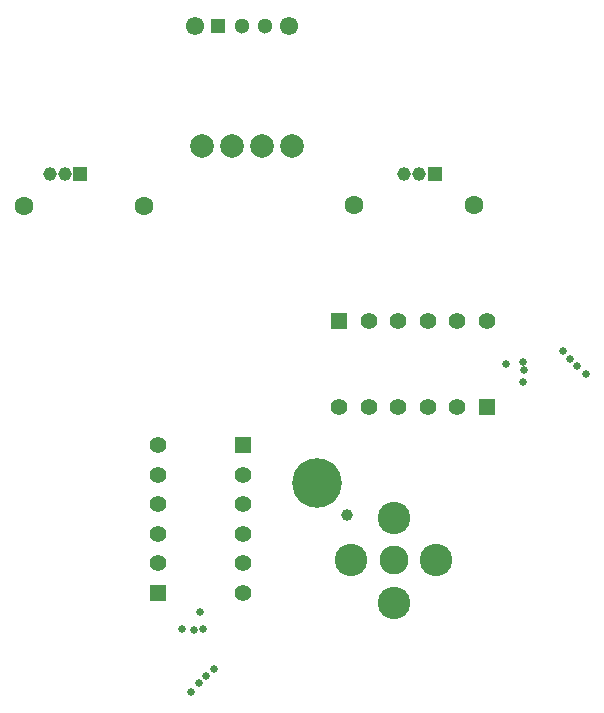
<source format=gbr>
%TF.GenerationSoftware,Altium Limited,Altium Designer,23.3.1 (30)*%
G04 Layer_Color=16711935*
%FSLAX45Y45*%
%MOMM*%
%TF.SameCoordinates,9B08417B-AAB0-44DC-96C9-EC8FD7F4D7BA*%
%TF.FilePolarity,Negative*%
%TF.FileFunction,Soldermask,Bot*%
%TF.Part,Single*%
G01*
G75*
%TA.AperFunction,ComponentPad*%
%ADD23C,1.40000*%
%ADD24C,1.55000*%
%ADD25C,1.30000*%
%ADD26R,1.30000X1.30000*%
%ADD27R,1.40000X1.40000*%
%ADD28R,1.40000X1.40000*%
%ADD31R,1.15000X1.15000*%
%ADD32C,1.15000*%
%ADD43C,2.00320*%
%ADD44C,1.60320*%
%ADD45C,2.45320*%
%ADD46C,2.75320*%
%TA.AperFunction,ViaPad*%
%ADD47C,0.65320*%
%ADD48C,4.20320*%
%ADD49C,1.00320*%
D23*
X4943691Y2680484D02*
D03*
Y2430484D02*
D03*
Y2180484D02*
D03*
Y1930484D02*
D03*
Y1680484D02*
D03*
X4221375Y1930485D02*
D03*
X4221376Y2180484D02*
D03*
Y2430484D02*
D03*
Y2680484D02*
D03*
Y2930484D02*
D03*
X6006316Y3978491D02*
D03*
X6256316D02*
D03*
X6506316D02*
D03*
X6756316Y3978490D02*
D03*
X7006316Y3978491D02*
D03*
X6756315Y3256175D02*
D03*
X6506316Y3256176D02*
D03*
X6256316Y3256175D02*
D03*
X6006316Y3256176D02*
D03*
X5756316Y3256176D02*
D03*
D24*
X5330799Y6477001D02*
D03*
X4530800Y6477000D02*
D03*
D25*
X5130800Y6477000D02*
D03*
X4930800Y6477000D02*
D03*
D26*
X4730800D02*
D03*
D27*
X4943691Y2930484D02*
D03*
X4221376Y1680484D02*
D03*
D28*
X5756316Y3978491D02*
D03*
X7006316Y3256175D02*
D03*
D31*
X3563379Y5223363D02*
D03*
X6563379D02*
D03*
D32*
X3433379Y5223363D02*
D03*
X3303379D02*
D03*
X6303380D02*
D03*
X6433379Y5223363D02*
D03*
D43*
X5359400Y5466574D02*
D03*
X5105400D02*
D03*
X4851400Y5466574D02*
D03*
X4597400Y5466574D02*
D03*
D44*
X5880100Y4965700D02*
D03*
X6896100D02*
D03*
X3086100Y4953000D02*
D03*
X4102100D02*
D03*
D45*
X6216614Y1954349D02*
D03*
D46*
X5857403Y1954349D02*
D03*
X6216615Y1595138D02*
D03*
X6575826Y1954347D02*
D03*
X6216615Y2313559D02*
D03*
D47*
X4500083Y838866D02*
D03*
X4623941Y977521D02*
D03*
X4426745Y1371357D02*
D03*
X4598933Y1377286D02*
D03*
X4692546Y1036541D02*
D03*
X4564752Y916140D02*
D03*
X7847934Y3534883D02*
D03*
X7709279Y3658741D02*
D03*
X7315444Y3461545D02*
D03*
X7309514Y3633733D02*
D03*
X7650259Y3727346D02*
D03*
X7770660Y3599552D02*
D03*
X4529407Y1366228D02*
D03*
X4581309Y1515444D02*
D03*
X7320573Y3564207D02*
D03*
X7171356Y3616109D02*
D03*
D48*
X5568379Y2607462D02*
D03*
D49*
X5822379Y2340763D02*
D03*
%TF.MD5,2148edcacb2dbfa289e79d8b415209bb*%
M02*

</source>
